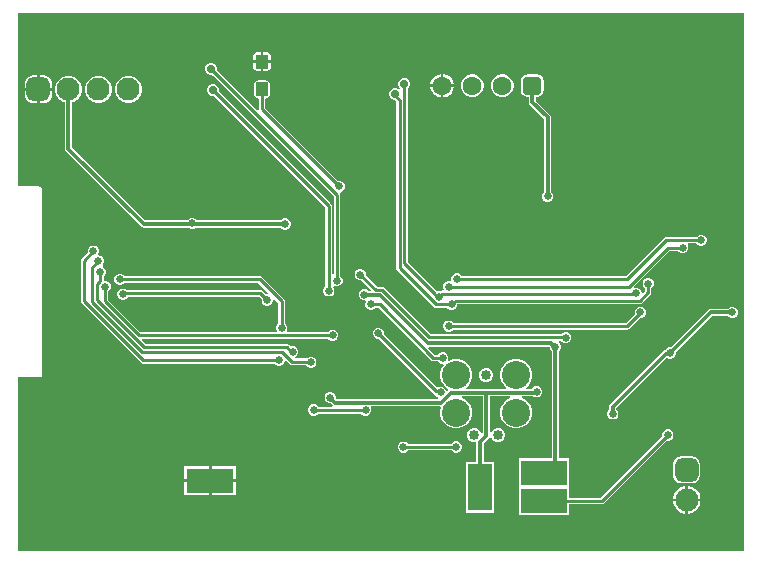
<source format=gbr>
%TF.GenerationSoftware,Altium Limited,Altium Designer,23.6.0 (18)*%
G04 Layer_Physical_Order=1*
G04 Layer_Color=255*
%FSLAX43Y43*%
%MOMM*%
%TF.SameCoordinates,6C6526E1-C053-4265-BDC0-CB623CBAD704*%
%TF.FilePolarity,Positive*%
%TF.FileFunction,Copper,L1,Top,Signal*%
%TF.Part,Single*%
G01*
G75*
%TA.AperFunction,SMDPad,CuDef*%
%ADD10R,4.000X2.100*%
%ADD11R,2.100X4.000*%
G04:AMPARAMS|DCode=12|XSize=1.25mm|YSize=1.1mm|CornerRadius=0.275mm|HoleSize=0mm|Usage=FLASHONLY|Rotation=270.000|XOffset=0mm|YOffset=0mm|HoleType=Round|Shape=RoundedRectangle|*
%AMROUNDEDRECTD12*
21,1,1.250,0.550,0,0,270.0*
21,1,0.700,1.100,0,0,270.0*
1,1,0.550,-0.275,-0.350*
1,1,0.550,-0.275,0.350*
1,1,0.550,0.275,0.350*
1,1,0.550,0.275,-0.350*
%
%ADD12ROUNDEDRECTD12*%
%TA.AperFunction,Conductor*%
%ADD13C,0.300*%
%ADD14C,0.254*%
%TA.AperFunction,ComponentPad*%
G04:AMPARAMS|DCode=15|XSize=1.95mm|YSize=1.95mm|CornerRadius=0.488mm|HoleSize=0mm|Usage=FLASHONLY|Rotation=270.000|XOffset=0mm|YOffset=0mm|HoleType=Round|Shape=RoundedRectangle|*
%AMROUNDEDRECTD15*
21,1,1.950,0.975,0,0,270.0*
21,1,0.975,1.950,0,0,270.0*
1,1,0.975,-0.488,-0.488*
1,1,0.975,-0.488,0.488*
1,1,0.975,0.488,0.488*
1,1,0.975,0.488,-0.488*
%
%ADD15ROUNDEDRECTD15*%
%ADD16C,1.950*%
%ADD17C,0.850*%
%ADD18C,2.375*%
G04:AMPARAMS|DCode=19|XSize=1.95mm|YSize=1.95mm|CornerRadius=0.488mm|HoleSize=0mm|Usage=FLASHONLY|Rotation=0.000|XOffset=0mm|YOffset=0mm|HoleType=Round|Shape=RoundedRectangle|*
%AMROUNDEDRECTD19*
21,1,1.950,0.975,0,0,0.0*
21,1,0.975,1.950,0,0,0.0*
1,1,0.975,0.488,-0.488*
1,1,0.975,-0.488,-0.488*
1,1,0.975,-0.488,0.488*
1,1,0.975,0.488,0.488*
%
%ADD19ROUNDEDRECTD19*%
%ADD20C,1.600*%
G04:AMPARAMS|DCode=21|XSize=1.6mm|YSize=1.6mm|CornerRadius=0.4mm|HoleSize=0mm|Usage=FLASHONLY|Rotation=180.000|XOffset=0mm|YOffset=0mm|HoleType=Round|Shape=RoundedRectangle|*
%AMROUNDEDRECTD21*
21,1,1.600,0.800,0,0,180.0*
21,1,0.800,1.600,0,0,180.0*
1,1,0.800,-0.400,0.400*
1,1,0.800,0.400,0.400*
1,1,0.800,0.400,-0.400*
1,1,0.800,-0.400,-0.400*
%
%ADD21ROUNDEDRECTD21*%
%TA.AperFunction,ViaPad*%
%ADD22C,0.650*%
%ADD23C,0.700*%
G36*
X61745Y255D02*
X255D01*
Y14915D01*
X2000D01*
X2098Y14935D01*
X2180Y14990D01*
X2235Y15072D01*
X2255Y15170D01*
Y30830D01*
X2235Y30928D01*
X2180Y31010D01*
X2098Y31065D01*
X2000Y31085D01*
X255D01*
Y45745D01*
X61745D01*
Y255D01*
D02*
G37*
%LPC*%
G36*
X21175Y42484D02*
X21000D01*
Y41750D01*
X21659D01*
Y42000D01*
X21622Y42185D01*
X21517Y42342D01*
X21360Y42447D01*
X21175Y42484D01*
D02*
G37*
G36*
X20800D02*
X20625D01*
X20440Y42447D01*
X20283Y42342D01*
X20178Y42185D01*
X20141Y42000D01*
Y41750D01*
X20800D01*
Y42484D01*
D02*
G37*
G36*
X21659Y41550D02*
X21000D01*
Y40816D01*
X21175D01*
X21360Y40853D01*
X21517Y40958D01*
X21622Y41115D01*
X21659Y41300D01*
Y41550D01*
D02*
G37*
G36*
X20800D02*
X20141D01*
Y41300D01*
X20178Y41115D01*
X20283Y40958D01*
X20440Y40853D01*
X20625Y40816D01*
X20800D01*
Y41550D01*
D02*
G37*
G36*
X36297Y40625D02*
X36265D01*
Y39725D01*
X37165D01*
Y39757D01*
X37097Y40011D01*
X36965Y40239D01*
X36779Y40425D01*
X36551Y40557D01*
X36297Y40625D01*
D02*
G37*
G36*
X36065D02*
X36033D01*
X35779Y40557D01*
X35551Y40425D01*
X35365Y40239D01*
X35233Y40011D01*
X35165Y39757D01*
Y39725D01*
X36065D01*
Y40625D01*
D02*
G37*
G36*
X2463Y40481D02*
X2075D01*
Y39400D01*
X3156D01*
Y39787D01*
X3132Y39967D01*
X3063Y40134D01*
X2953Y40278D01*
X2809Y40388D01*
X2642Y40457D01*
X2463Y40481D01*
D02*
G37*
G36*
X1875D02*
X1487D01*
X1308Y40457D01*
X1141Y40388D01*
X997Y40278D01*
X887Y40134D01*
X818Y39967D01*
X794Y39787D01*
Y39400D01*
X1875D01*
Y40481D01*
D02*
G37*
G36*
X33050Y40251D02*
X32850D01*
X32666Y40175D01*
X32525Y40034D01*
X32449Y39850D01*
Y39650D01*
X32525Y39466D01*
X32589Y39402D01*
X32585Y39378D01*
X32474Y39331D01*
X32446Y39330D01*
X32275Y39401D01*
X32075D01*
X31891Y39325D01*
X31750Y39184D01*
X31674Y39000D01*
Y38800D01*
X31750Y38616D01*
X31891Y38475D01*
X32075Y38399D01*
X32154D01*
X32262Y38292D01*
Y24217D01*
X32283Y24109D01*
X32345Y24017D01*
X35466Y20895D01*
X35558Y20834D01*
X35667Y20812D01*
X36567D01*
X36687Y20692D01*
X36862Y20619D01*
X37052D01*
X37227Y20692D01*
X37361Y20826D01*
X37433Y21001D01*
Y21142D01*
X52884D01*
X52992Y21163D01*
X53084Y21225D01*
X53794Y21935D01*
X53856Y22027D01*
X53877Y22135D01*
Y22470D01*
X53998Y22590D01*
X54070Y22765D01*
Y22955D01*
X53998Y23130D01*
X53864Y23264D01*
X53689Y23336D01*
X53499D01*
X53324Y23264D01*
X53190Y23130D01*
X53118Y22955D01*
Y22765D01*
X53190Y22590D01*
X53311Y22470D01*
Y22253D01*
X53148Y22090D01*
X53022Y22143D01*
X52958Y22298D01*
X52824Y22432D01*
X52649Y22504D01*
X52460D01*
X52427Y22491D01*
X52355Y22598D01*
X55381Y25625D01*
X56125D01*
X56245Y25504D01*
X56420Y25432D01*
X56610D01*
X56785Y25504D01*
X56919Y25638D01*
X56991Y25813D01*
Y26003D01*
X56937Y26133D01*
X57003Y26260D01*
X57678D01*
X57679Y26256D01*
X57813Y26122D01*
X57988Y26050D01*
X58178D01*
X58353Y26122D01*
X58486Y26256D01*
X58559Y26431D01*
Y26621D01*
X58486Y26796D01*
X58353Y26929D01*
X58178Y27002D01*
X57988D01*
X57813Y26929D01*
X57710Y26826D01*
X55118D01*
X55010Y26805D01*
X54918Y26743D01*
X51699Y23524D01*
X37794D01*
X37665Y23654D01*
X37490Y23726D01*
X37300D01*
X37125Y23654D01*
X36991Y23520D01*
X36919Y23345D01*
Y23175D01*
X36863Y23117D01*
X36812Y23082D01*
X36798Y23088D01*
X36608D01*
X36433Y23016D01*
X36299Y22882D01*
X36227Y22707D01*
Y22517D01*
X36268Y22420D01*
X36183Y22293D01*
X36161D01*
X36052Y22271D01*
X35983Y22225D01*
X35945Y22241D01*
X35755D01*
X35718Y22226D01*
X33233Y24710D01*
Y39325D01*
X33234Y39325D01*
X33375Y39466D01*
X33451Y39650D01*
Y39850D01*
X33375Y40034D01*
X33234Y40175D01*
X33050Y40251D01*
D02*
G37*
G36*
X41370Y40576D02*
X41120D01*
X40878Y40511D01*
X40661Y40386D01*
X40484Y40209D01*
X40359Y39992D01*
X40294Y39750D01*
Y39500D01*
X40359Y39258D01*
X40484Y39041D01*
X40661Y38864D01*
X40878Y38739D01*
X41120Y38674D01*
X41370D01*
X41612Y38739D01*
X41829Y38864D01*
X42006Y39041D01*
X42131Y39258D01*
X42196Y39500D01*
Y39750D01*
X42131Y39992D01*
X42006Y40209D01*
X41829Y40386D01*
X41612Y40511D01*
X41370Y40576D01*
D02*
G37*
G36*
X38830D02*
X38580D01*
X38338Y40511D01*
X38121Y40386D01*
X37944Y40209D01*
X37819Y39992D01*
X37754Y39750D01*
Y39500D01*
X37819Y39258D01*
X37944Y39041D01*
X38121Y38864D01*
X38338Y38739D01*
X38580Y38674D01*
X38830D01*
X39072Y38739D01*
X39289Y38864D01*
X39466Y39041D01*
X39591Y39258D01*
X39656Y39500D01*
Y39750D01*
X39591Y39992D01*
X39466Y40209D01*
X39289Y40386D01*
X39072Y40511D01*
X38830Y40576D01*
D02*
G37*
G36*
X37165Y39525D02*
X36265D01*
Y38625D01*
X36297D01*
X36551Y38693D01*
X36779Y38825D01*
X36965Y39011D01*
X37097Y39239D01*
X37165Y39493D01*
Y39525D01*
D02*
G37*
G36*
X36065D02*
X35165D01*
Y39493D01*
X35233Y39239D01*
X35365Y39011D01*
X35551Y38825D01*
X35779Y38693D01*
X36033Y38625D01*
X36065D01*
Y39525D01*
D02*
G37*
G36*
X9743Y40426D02*
X9447D01*
X9160Y40349D01*
X8904Y40201D01*
X8694Y39991D01*
X8546Y39735D01*
X8469Y39448D01*
Y39152D01*
X8546Y38865D01*
X8694Y38609D01*
X8904Y38399D01*
X9160Y38251D01*
X9447Y38174D01*
X9743D01*
X10030Y38251D01*
X10286Y38399D01*
X10496Y38609D01*
X10644Y38865D01*
X10721Y39152D01*
Y39448D01*
X10644Y39735D01*
X10496Y39991D01*
X10286Y40201D01*
X10030Y40349D01*
X9743Y40426D01*
D02*
G37*
G36*
X7203D02*
X6907D01*
X6620Y40349D01*
X6364Y40201D01*
X6154Y39991D01*
X6006Y39735D01*
X5929Y39448D01*
Y39152D01*
X6006Y38865D01*
X6154Y38609D01*
X6364Y38399D01*
X6620Y38251D01*
X6907Y38174D01*
X7203D01*
X7490Y38251D01*
X7746Y38399D01*
X7956Y38609D01*
X8104Y38865D01*
X8181Y39152D01*
Y39448D01*
X8104Y39735D01*
X7956Y39991D01*
X7746Y40201D01*
X7490Y40349D01*
X7203Y40426D01*
D02*
G37*
G36*
X3156Y39200D02*
X2075D01*
Y38119D01*
X2463D01*
X2642Y38143D01*
X2809Y38212D01*
X2953Y38322D01*
X3063Y38466D01*
X3132Y38633D01*
X3156Y38812D01*
Y39200D01*
D02*
G37*
G36*
X1875D02*
X794D01*
Y38812D01*
X818Y38633D01*
X887Y38466D01*
X997Y38322D01*
X1141Y38212D01*
X1308Y38143D01*
X1487Y38119D01*
X1875D01*
Y39200D01*
D02*
G37*
G36*
X44185Y40587D02*
X43385D01*
X43170Y40544D01*
X42988Y40422D01*
X42866Y40240D01*
X42823Y40025D01*
Y39225D01*
X42866Y39010D01*
X42988Y38828D01*
X43170Y38706D01*
X43385Y38663D01*
X43478D01*
Y38215D01*
X43501Y38098D01*
X43568Y37998D01*
X44767Y36799D01*
Y30599D01*
X44671Y30503D01*
X44598Y30328D01*
Y30138D01*
X44671Y29963D01*
X44804Y29829D01*
X44979Y29757D01*
X45169D01*
X45344Y29829D01*
X45478Y29963D01*
X45550Y30138D01*
Y30328D01*
X45478Y30503D01*
X45381Y30599D01*
Y36926D01*
X45358Y37043D01*
X45291Y37143D01*
X44092Y38342D01*
Y38663D01*
X44185D01*
X44400Y38706D01*
X44582Y38828D01*
X44704Y39010D01*
X44747Y39225D01*
Y40025D01*
X44704Y40240D01*
X44582Y40422D01*
X44400Y40544D01*
X44185Y40587D01*
D02*
G37*
G36*
X4663Y40426D02*
X4367D01*
X4080Y40349D01*
X3824Y40201D01*
X3614Y39991D01*
X3466Y39735D01*
X3389Y39448D01*
Y39152D01*
X3466Y38865D01*
X3614Y38609D01*
X3824Y38399D01*
X4080Y38251D01*
X4208Y38217D01*
Y34285D01*
X4231Y34168D01*
X4298Y34068D01*
X10671Y27695D01*
X10771Y27628D01*
X10888Y27605D01*
X14672D01*
X14730Y27546D01*
X14905Y27474D01*
X15095D01*
X15270Y27546D01*
X15328Y27605D01*
X22484D01*
X22580Y27508D01*
X22755Y27436D01*
X22944D01*
X23119Y27508D01*
X23253Y27642D01*
X23326Y27817D01*
Y28007D01*
X23253Y28182D01*
X23119Y28316D01*
X22944Y28388D01*
X22755D01*
X22580Y28316D01*
X22484Y28219D01*
X15404D01*
X15404Y28220D01*
X15270Y28354D01*
X15095Y28426D01*
X14905D01*
X14730Y28354D01*
X14596Y28220D01*
X14596Y28219D01*
X11015D01*
X4822Y34412D01*
Y38217D01*
X4950Y38251D01*
X5206Y38399D01*
X5416Y38609D01*
X5564Y38865D01*
X5641Y39152D01*
Y39448D01*
X5564Y39735D01*
X5416Y39991D01*
X5206Y40201D01*
X4950Y40349D01*
X4663Y40426D01*
D02*
G37*
G36*
X16700Y41551D02*
X16500D01*
X16316Y41475D01*
X16175Y41334D01*
X16099Y41150D01*
Y40950D01*
X16175Y40766D01*
X16316Y40625D01*
X16500Y40549D01*
X16700D01*
X16700Y40549D01*
X26973Y30277D01*
Y23611D01*
X26960Y23603D01*
X26833Y23671D01*
Y29425D01*
X26812Y29533D01*
X26750Y29625D01*
X17233Y39143D01*
X17233Y39143D01*
Y39343D01*
X17157Y39527D01*
X17016Y39668D01*
X16832Y39744D01*
X16632D01*
X16448Y39668D01*
X16307Y39527D01*
X16231Y39343D01*
Y39143D01*
X16307Y38959D01*
X16448Y38818D01*
X16632Y38742D01*
X16832D01*
X16832Y38742D01*
X26267Y29308D01*
Y22640D01*
X26146Y22520D01*
X26074Y22345D01*
Y22155D01*
X26146Y21980D01*
X26280Y21846D01*
X26455Y21774D01*
X26645D01*
X26820Y21846D01*
X26954Y21980D01*
X27026Y22155D01*
Y22345D01*
X26954Y22520D01*
X26909Y22564D01*
X26916Y22600D01*
X26918Y22602D01*
X27059Y22667D01*
X27161Y22625D01*
X27351D01*
X27526Y22697D01*
X27660Y22831D01*
X27732Y23006D01*
Y23196D01*
X27660Y23371D01*
X27539Y23491D01*
Y30394D01*
X27522Y30482D01*
X27521Y30508D01*
X27583Y30634D01*
X27690Y30678D01*
X27824Y30812D01*
X27897Y30987D01*
Y31177D01*
X27824Y31352D01*
X27690Y31486D01*
X27515Y31558D01*
X27346D01*
X21183Y37720D01*
Y38517D01*
X21341Y38549D01*
X21482Y38643D01*
X21576Y38784D01*
X21609Y38950D01*
Y39650D01*
X21576Y39816D01*
X21482Y39957D01*
X21341Y40051D01*
X21175Y40084D01*
X20625D01*
X20459Y40051D01*
X20318Y39957D01*
X20224Y39816D01*
X20191Y39650D01*
Y38950D01*
X20224Y38784D01*
X20318Y38643D01*
X20459Y38549D01*
X20617Y38517D01*
Y37614D01*
X20591Y37592D01*
X20497Y37554D01*
X17101Y40950D01*
X17101Y40950D01*
Y41150D01*
X17025Y41334D01*
X16884Y41475D01*
X16700Y41551D01*
D02*
G37*
G36*
X29305Y24098D02*
X29115D01*
X28940Y24026D01*
X28806Y23892D01*
X28734Y23717D01*
Y23527D01*
X28806Y23352D01*
X28940Y23218D01*
X29115Y23146D01*
X29285D01*
X30132Y22300D01*
X30082Y22179D01*
X29989D01*
X29982Y22198D01*
X29848Y22332D01*
X29673Y22404D01*
X29484D01*
X29309Y22332D01*
X29175Y22198D01*
X29102Y22023D01*
Y21833D01*
X29175Y21658D01*
X29309Y21524D01*
X29484Y21452D01*
X29630D01*
X29666Y21414D01*
X29702Y21353D01*
X29707Y21335D01*
X29645Y21185D01*
Y20995D01*
X29717Y20820D01*
X29851Y20686D01*
X30026Y20614D01*
X30216D01*
X30391Y20686D01*
X30511Y20807D01*
X30747D01*
X35196Y16358D01*
X35288Y16296D01*
X35397Y16275D01*
X35805D01*
X35925Y16154D01*
X36100Y16082D01*
X36234D01*
X36287Y15955D01*
X36267Y15935D01*
X36091Y15630D01*
X36000Y15289D01*
Y14937D01*
X36091Y14596D01*
X36267Y14291D01*
X36516Y14042D01*
X36646Y13967D01*
X36652Y13838D01*
X36587Y13785D01*
X36457Y13819D01*
X36419Y13911D01*
X36285Y14045D01*
X36110Y14117D01*
X35921D01*
X35753Y14048D01*
X31225Y18575D01*
Y18745D01*
X31153Y18920D01*
X31019Y19054D01*
X30844Y19126D01*
X30654D01*
X30479Y19054D01*
X30345Y18920D01*
X30273Y18745D01*
Y18556D01*
X30345Y18381D01*
X30479Y18247D01*
X30654Y18174D01*
X30824D01*
X35472Y13526D01*
X35564Y13465D01*
X35574Y13463D01*
X35612Y13372D01*
X35746Y13238D01*
X35801Y13215D01*
X35776Y13088D01*
X27222D01*
X27151Y13159D01*
Y13296D01*
X27079Y13471D01*
X26945Y13605D01*
X26770Y13677D01*
X26580D01*
X26405Y13605D01*
X26271Y13471D01*
X26199Y13296D01*
Y13106D01*
X26271Y12931D01*
X26405Y12797D01*
X26580Y12725D01*
X26717D01*
X26878Y12564D01*
X26896Y12552D01*
X26858Y12425D01*
X25667D01*
X25536Y12557D01*
X25361Y12629D01*
X25171D01*
X24996Y12557D01*
X24862Y12423D01*
X24790Y12248D01*
Y12058D01*
X24862Y11883D01*
X24996Y11749D01*
X25171Y11677D01*
X25361D01*
X25536Y11749D01*
X25644Y11858D01*
X29267D01*
X29398Y11726D01*
X29573Y11654D01*
X29763D01*
X29938Y11726D01*
X30072Y11860D01*
X30144Y12035D01*
Y12225D01*
X30093Y12347D01*
X30163Y12474D01*
X35964D01*
X36062Y12347D01*
X36000Y12114D01*
Y11762D01*
X36091Y11421D01*
X36267Y11116D01*
X36516Y10867D01*
X36821Y10691D01*
X37162Y10599D01*
X37514D01*
X37855Y10691D01*
X38160Y10867D01*
X38409Y11116D01*
X38585Y11421D01*
X38676Y11762D01*
Y12114D01*
X38585Y12455D01*
X38409Y12760D01*
X38160Y13009D01*
X37855Y13185D01*
X37835Y13191D01*
X37852Y13318D01*
X39571D01*
Y10223D01*
X39444Y10198D01*
X39371Y10373D01*
X39202Y10542D01*
X38982Y10634D01*
X38742D01*
X38522Y10542D01*
X38353Y10373D01*
X38261Y10153D01*
Y9913D01*
X38353Y9693D01*
X38522Y9524D01*
X38742Y9432D01*
X38982D01*
X39043Y9391D01*
Y7751D01*
X38149D01*
Y3449D01*
X40551D01*
Y7751D01*
X39657D01*
Y9332D01*
X40095Y9770D01*
X40162Y9869D01*
X40289Y9905D01*
X40298Y9902D01*
X40384Y9693D01*
X40554Y9524D01*
X40774Y9432D01*
X41014D01*
X41234Y9524D01*
X41403Y9693D01*
X41495Y9913D01*
Y10153D01*
X41403Y10373D01*
X41234Y10542D01*
X41014Y10634D01*
X40774D01*
X40554Y10542D01*
X40384Y10373D01*
X40312Y10198D01*
X40185Y10223D01*
Y13318D01*
X41904D01*
X41921Y13191D01*
X41901Y13185D01*
X41596Y13009D01*
X41347Y12760D01*
X41171Y12455D01*
X41079Y12114D01*
Y11762D01*
X41171Y11421D01*
X41347Y11116D01*
X41596Y10867D01*
X41901Y10691D01*
X42242Y10599D01*
X42594D01*
X42935Y10691D01*
X43240Y10867D01*
X43489Y11116D01*
X43665Y11421D01*
X43757Y11762D01*
Y12114D01*
X43665Y12455D01*
X43489Y12760D01*
X43240Y13009D01*
X42935Y13185D01*
X42915Y13191D01*
X42932Y13318D01*
X43859D01*
X43880Y13296D01*
X44055Y13224D01*
X44245D01*
X44420Y13296D01*
X44554Y13430D01*
X44626Y13605D01*
Y13795D01*
X44554Y13970D01*
X44420Y14104D01*
X44245Y14176D01*
X44055D01*
X43880Y14104D01*
X43746Y13970D01*
X43731Y13931D01*
X43280D01*
X43256Y14058D01*
X43489Y14291D01*
X43665Y14596D01*
X43757Y14937D01*
Y15289D01*
X43665Y15630D01*
X43489Y15935D01*
X43240Y16184D01*
X42935Y16360D01*
X42594Y16451D01*
X42242D01*
X41901Y16360D01*
X41596Y16184D01*
X41347Y15935D01*
X41171Y15630D01*
X41079Y15289D01*
Y14937D01*
X41171Y14596D01*
X41347Y14291D01*
X41580Y14058D01*
X41556Y13931D01*
X38200D01*
X38176Y14058D01*
X38409Y14291D01*
X38585Y14596D01*
X38676Y14937D01*
Y15289D01*
X38585Y15630D01*
X38409Y15935D01*
X38160Y16184D01*
X37855Y16360D01*
X37514Y16451D01*
X37162D01*
X36821Y16360D01*
X36748Y16318D01*
X36647Y16407D01*
X36671Y16463D01*
Y16653D01*
X36599Y16828D01*
X36465Y16962D01*
X36290Y17034D01*
X36100D01*
X35925Y16962D01*
X35805Y16841D01*
X35514D01*
X34964Y17392D01*
X35016Y17519D01*
X45217D01*
X45244Y17492D01*
Y17424D01*
X45316Y17249D01*
X45413Y17153D01*
Y8059D01*
X42621D01*
Y5773D01*
X42621Y5657D01*
X42621Y5530D01*
Y3244D01*
X46923D01*
Y4162D01*
X49676D01*
X49784Y4183D01*
X49876Y4245D01*
X55189Y9557D01*
X55359D01*
X55534Y9629D01*
X55668Y9763D01*
X55740Y9938D01*
Y10128D01*
X55668Y10303D01*
X55534Y10437D01*
X55359Y10509D01*
X55169D01*
X54994Y10437D01*
X54860Y10303D01*
X54788Y10128D01*
Y9958D01*
X49559Y4728D01*
X46923D01*
Y5530D01*
X46923Y5646D01*
X46923Y5773D01*
Y8059D01*
X46027D01*
Y17153D01*
X46124Y17249D01*
X46196Y17424D01*
Y17614D01*
X46124Y17789D01*
X46010Y17903D01*
X46031Y17997D01*
X46049Y18030D01*
X46201D01*
X46205Y18018D01*
X46339Y17884D01*
X46514Y17812D01*
X46704D01*
X46879Y17884D01*
X47013Y18018D01*
X47085Y18193D01*
Y18383D01*
X47013Y18558D01*
X46879Y18692D01*
X46704Y18764D01*
X46514D01*
X46339Y18692D01*
X46244Y18596D01*
X35170D01*
X31287Y22480D01*
X31195Y22541D01*
X31086Y22563D01*
X30670D01*
X29686Y23547D01*
Y23717D01*
X29614Y23892D01*
X29480Y24026D01*
X29305Y24098D01*
D02*
G37*
G36*
X60816Y20897D02*
X60626D01*
X60451Y20825D01*
X60355Y20728D01*
X58886D01*
X58769Y20705D01*
X58669Y20638D01*
X55497Y17466D01*
X55361D01*
X55186Y17394D01*
X55052Y17260D01*
X55036Y17223D01*
X54956Y17207D01*
X54856Y17140D01*
X50383Y12667D01*
X50316Y12567D01*
X50293Y12450D01*
Y12199D01*
X50196Y12103D01*
X50124Y11928D01*
Y11738D01*
X50196Y11564D01*
X50330Y11430D01*
X50505Y11357D01*
X50695D01*
X50870Y11430D01*
X51004Y11564D01*
X51076Y11738D01*
Y11928D01*
X51004Y12103D01*
X50907Y12199D01*
Y12323D01*
X55178Y16594D01*
X55186Y16587D01*
X55361Y16514D01*
X55550D01*
X55725Y16587D01*
X55859Y16720D01*
X55931Y16895D01*
Y17032D01*
X59013Y20114D01*
X60355D01*
X60451Y20017D01*
X60626Y19945D01*
X60816D01*
X60991Y20017D01*
X61124Y20151D01*
X61197Y20326D01*
Y20516D01*
X61124Y20691D01*
X60991Y20825D01*
X60816Y20897D01*
D02*
G37*
G36*
X53031D02*
X52842D01*
X52667Y20825D01*
X52533Y20691D01*
X52461Y20516D01*
Y20326D01*
X52465Y20316D01*
X51683Y19533D01*
X37093D01*
X36973Y19654D01*
X36798Y19726D01*
X36608D01*
X36433Y19654D01*
X36299Y19520D01*
X36227Y19345D01*
Y19155D01*
X36299Y18980D01*
X36433Y18846D01*
X36608Y18774D01*
X36798D01*
X36973Y18846D01*
X37093Y18967D01*
X51800D01*
X51908Y18988D01*
X52000Y19050D01*
X52896Y19945D01*
X53031D01*
X53206Y20017D01*
X53340Y20151D01*
X53413Y20326D01*
Y20516D01*
X53340Y20691D01*
X53206Y20825D01*
X53031Y20897D01*
D02*
G37*
G36*
X6720Y26076D02*
X6530D01*
X6355Y26004D01*
X6221Y25870D01*
X6149Y25695D01*
Y25525D01*
X5625Y25000D01*
X5563Y24908D01*
X5542Y24800D01*
Y21386D01*
X5563Y21278D01*
X5625Y21186D01*
X10653Y16157D01*
X10745Y16096D01*
X10854Y16074D01*
X21999D01*
X22087Y15986D01*
X22262Y15913D01*
X22452D01*
X22627Y15986D01*
X22761Y16120D01*
X22821Y16266D01*
X22950Y16316D01*
X23232Y16034D01*
X23324Y15973D01*
X23432Y15951D01*
X24615D01*
X24626Y15924D01*
X24760Y15790D01*
X24935Y15717D01*
X25124D01*
X25299Y15790D01*
X25433Y15924D01*
X25506Y16099D01*
Y16288D01*
X25433Y16463D01*
X25299Y16597D01*
X25124Y16670D01*
X24935D01*
X24760Y16597D01*
X24681Y16518D01*
X23687D01*
X23662Y16645D01*
X23765Y16688D01*
X23898Y16822D01*
X23971Y16996D01*
Y17186D01*
X23898Y17361D01*
X23765Y17495D01*
X23590Y17567D01*
X23400D01*
X23329Y17538D01*
X23197Y17669D01*
X23106Y17730D01*
X22997Y17752D01*
X11040D01*
X10718Y18074D01*
X10766Y18192D01*
X26485D01*
X26605Y18071D01*
X26780Y17999D01*
X26970D01*
X27145Y18071D01*
X27279Y18205D01*
X27351Y18380D01*
Y18570D01*
X27279Y18745D01*
X27145Y18879D01*
X26970Y18951D01*
X26780D01*
X26605Y18879D01*
X26485Y18758D01*
X23058D01*
X22989Y18885D01*
X23040Y19008D01*
Y19198D01*
X22967Y19373D01*
X22847Y19493D01*
Y21352D01*
X22826Y21461D01*
X22764Y21553D01*
X20899Y23417D01*
X20807Y23479D01*
X20699Y23500D01*
X9263D01*
X9143Y23621D01*
X8968Y23693D01*
X8779D01*
X8604Y23621D01*
X8470Y23487D01*
X8398Y23312D01*
Y23122D01*
X8470Y22947D01*
X8604Y22813D01*
X8779Y22741D01*
X8968D01*
X9143Y22813D01*
X9263Y22934D01*
X20582D01*
X21437Y22078D01*
X21382Y21954D01*
X21261D01*
X20969Y22246D01*
X20877Y22307D01*
X20768Y22329D01*
X9433D01*
X9398Y22365D01*
X9223Y22437D01*
X9033D01*
X8858Y22365D01*
X8724Y22231D01*
X8652Y22056D01*
Y21866D01*
X8724Y21691D01*
X8858Y21557D01*
X9033Y21485D01*
X9223D01*
X9398Y21557D01*
X9532Y21691D01*
X9561Y21762D01*
X20651D01*
X20860Y21553D01*
Y21383D01*
X20932Y21208D01*
X21066Y21074D01*
X21241Y21002D01*
X21431D01*
X21606Y21074D01*
X21740Y21208D01*
X21812Y21383D01*
Y21524D01*
X21936Y21579D01*
X22280Y21235D01*
Y19493D01*
X22160Y19373D01*
X22088Y19198D01*
Y19008D01*
X22139Y18885D01*
X22069Y18758D01*
X10606D01*
X7863Y21502D01*
Y22197D01*
X7877Y22202D01*
X8011Y22336D01*
X8083Y22511D01*
Y22700D01*
X8011Y22875D01*
X7877Y23009D01*
X7702Y23082D01*
X7608D01*
X7511Y23088D01*
X7487Y23199D01*
Y23455D01*
X7607Y23575D01*
X7679Y23750D01*
Y23940D01*
X7607Y24115D01*
X7473Y24249D01*
X7426Y24268D01*
X7396Y24418D01*
X7459Y24480D01*
X7531Y24655D01*
Y24845D01*
X7459Y25020D01*
X7325Y25154D01*
X7150Y25226D01*
X7104D01*
X7072Y25270D01*
X7038Y25353D01*
X7101Y25505D01*
Y25695D01*
X7029Y25870D01*
X6895Y26004D01*
X6720Y26076D01*
D02*
G37*
G36*
X39998Y15714D02*
X39758D01*
X39538Y15623D01*
X39368Y15453D01*
X39277Y15233D01*
Y14993D01*
X39368Y14773D01*
X39538Y14604D01*
X39758Y14512D01*
X39998D01*
X40218Y14604D01*
X40388Y14773D01*
X40479Y14993D01*
Y15233D01*
X40388Y15453D01*
X40218Y15623D01*
X39998Y15714D01*
D02*
G37*
G36*
X37433Y9501D02*
X37243D01*
X37068Y9429D01*
X36941Y9301D01*
X33249D01*
X33142Y9408D01*
X32967Y9480D01*
X32778D01*
X32603Y9408D01*
X32469Y9274D01*
X32396Y9099D01*
Y8910D01*
X32469Y8735D01*
X32603Y8601D01*
X32778Y8528D01*
X32967D01*
X33142Y8601D01*
X33276Y8735D01*
X36955D01*
X37068Y8621D01*
X37243Y8549D01*
X37433D01*
X37608Y8621D01*
X37742Y8755D01*
X37814Y8930D01*
Y9120D01*
X37742Y9295D01*
X37608Y9429D01*
X37433Y9501D01*
D02*
G37*
G36*
X18725Y7425D02*
X16625D01*
Y6275D01*
X18725D01*
Y7425D01*
D02*
G37*
G36*
X16425D02*
X14325D01*
Y6275D01*
X16425D01*
Y7425D01*
D02*
G37*
G36*
X57338Y8229D02*
X56362D01*
X56113Y8179D01*
X55902Y8038D01*
X55761Y7827D01*
X55711Y7577D01*
Y6602D01*
X55761Y6353D01*
X55902Y6142D01*
X56113Y6001D01*
X56362Y5951D01*
X57338D01*
X57587Y6001D01*
X57798Y6142D01*
X57939Y6353D01*
X57989Y6602D01*
Y7577D01*
X57939Y7827D01*
X57798Y8038D01*
X57587Y8179D01*
X57338Y8229D01*
D02*
G37*
G36*
X18725Y6075D02*
X16625D01*
Y4925D01*
X18725D01*
Y6075D01*
D02*
G37*
G36*
X16425D02*
X14325D01*
Y4925D01*
X16425D01*
Y6075D01*
D02*
G37*
G36*
X57005Y5725D02*
X56950D01*
Y4650D01*
X58025D01*
Y4705D01*
X57945Y5004D01*
X57790Y5271D01*
X57571Y5490D01*
X57304Y5645D01*
X57005Y5725D01*
D02*
G37*
G36*
X56750D02*
X56695D01*
X56396Y5645D01*
X56129Y5490D01*
X55910Y5271D01*
X55755Y5004D01*
X55675Y4705D01*
Y4650D01*
X56750D01*
Y5725D01*
D02*
G37*
G36*
X56850Y4550D02*
D01*
D01*
D01*
D02*
G37*
G36*
X58025Y4450D02*
X56950D01*
Y3375D01*
X57005D01*
X57304Y3455D01*
X57571Y3610D01*
X57790Y3829D01*
X57945Y4096D01*
X58025Y4395D01*
Y4450D01*
D02*
G37*
G36*
X56750D02*
X55675D01*
Y4395D01*
X55755Y4096D01*
X55910Y3829D01*
X56129Y3610D01*
X56396Y3455D01*
X56695Y3375D01*
X56750D01*
Y4450D01*
D02*
G37*
%LPD*%
D10*
X44772Y4445D02*
D03*
Y6858D02*
D03*
X16525Y6175D02*
D03*
D11*
X39350Y5600D02*
D03*
D12*
X20900Y41650D02*
D03*
Y39300D02*
D03*
D13*
X55073Y16923D02*
X55388D01*
X50600Y11833D02*
Y12450D01*
X55073Y16923D01*
X55388D02*
X58886Y20421D01*
X14962Y27912D02*
X22850D01*
X58886Y20421D02*
X60721D01*
X10888Y27912D02*
X14962D01*
X15000Y27950D01*
X30909Y21851D02*
X34935Y17826D01*
X45651Y17519D02*
X45720D01*
X45344Y17826D02*
X45651Y17519D01*
X34935Y17826D02*
X45344D01*
X29655Y21851D02*
X30909D01*
X29578Y21928D02*
X29655Y21851D01*
X27095Y12781D02*
X36076D01*
X36919Y13625D01*
X26675Y13201D02*
X27095Y12781D01*
X39350Y5600D02*
Y9459D01*
X39878Y13625D02*
X44075D01*
X36919D02*
X39878D01*
X39350Y9459D02*
X39878Y9987D01*
Y13625D01*
X44075D02*
X44150Y13700D01*
X4515Y34285D02*
Y39300D01*
Y34285D02*
X10888Y27912D01*
X43785Y38215D02*
Y39625D01*
X45074Y30233D02*
Y36926D01*
X43785Y38215D02*
X45074Y36926D01*
X44772Y6858D02*
X44820D01*
X45720Y7758D01*
Y17519D01*
D14*
X35667Y21095D02*
X36974D01*
X32545Y24217D02*
X35667Y21095D01*
X32545Y24217D02*
Y38409D01*
X35615Y21928D02*
X35778Y21765D01*
X35850D01*
X35881Y21729D02*
X36161Y22009D01*
X52535D01*
X35615Y21928D02*
X35814D01*
X36735Y22580D02*
X51936D01*
X36703Y22612D02*
X36735Y22580D01*
X52884Y21425D02*
X53594Y22135D01*
X37304Y21425D02*
X52884D01*
X36974Y21095D02*
X37304Y21425D01*
X52535Y22009D02*
X52554Y22028D01*
X53594Y22135D02*
Y22860D01*
X51936Y22580D02*
X55264Y25908D01*
X37404Y23241D02*
X51816D01*
X37395Y23250D02*
X37404Y23241D01*
X44772Y4445D02*
X49676D01*
X55264Y10033D01*
X6952Y21439D02*
Y22838D01*
X10923Y17468D02*
X22997D01*
X6952Y21439D02*
X10923Y17468D01*
X23374Y17091D02*
X23495D01*
X22997Y17468D02*
X23374Y17091D01*
X6952Y22838D02*
X7203Y23090D01*
Y23845D01*
X22564Y19103D02*
Y21352D01*
X20699Y23217D02*
X22564Y21352D01*
X8874Y23217D02*
X20699D01*
X32950Y24593D02*
Y39750D01*
Y24593D02*
X35534Y22009D01*
X32175Y38779D02*
Y38900D01*
Y38779D02*
X32545Y38409D01*
X27256Y23101D02*
Y30394D01*
X16600Y41050D02*
X27256Y30394D01*
X20900Y37603D02*
X27421Y31082D01*
X20900Y37603D02*
Y39300D01*
X10854Y16358D02*
X22326D01*
X5825Y21386D02*
Y24800D01*
Y21386D02*
X10854Y16358D01*
X7580Y21384D02*
Y22578D01*
X10489Y18475D02*
X26875D01*
X10746Y17040D02*
X22627D01*
X6500Y21287D02*
X10746Y17040D01*
X7580Y21384D02*
X10489Y18475D01*
X6500Y21287D02*
Y24195D01*
X29210Y23622D02*
X30553Y22279D01*
X31086D02*
X35053Y18313D01*
X30553Y22279D02*
X31086D01*
X30121Y21090D02*
X30865D01*
X35397Y16558D02*
X36195D01*
X30865Y21090D02*
X35397Y16558D01*
X30749Y18650D02*
X35673Y13727D01*
X35930D02*
X36016Y13641D01*
X35673Y13727D02*
X35930D01*
X7580Y22578D02*
X7607Y22606D01*
X6500Y24195D02*
X7055Y24750D01*
X9128Y21961D02*
X9212Y22045D01*
X20768D01*
X25266Y12153D02*
X25277Y12142D01*
X29657D02*
X29668Y12130D01*
X25277Y12142D02*
X29657D01*
X20768Y22045D02*
X21336Y21478D01*
X32886Y9018D02*
X37331D01*
X32872Y9004D02*
X32886Y9018D01*
X5825Y24800D02*
X6625Y25600D01*
X37331Y9018D02*
X37338Y9025D01*
X52937Y20387D02*
Y20421D01*
X51800Y19250D02*
X52937Y20387D01*
X36703Y19250D02*
X51800D01*
X24989Y16235D02*
X25030Y16194D01*
X22627Y17040D02*
X23432Y16235D01*
X24989D01*
X22326Y16358D02*
X22357Y16389D01*
X55118Y26543D02*
X58066D01*
X58083Y26526D01*
X26550Y22250D02*
Y29425D01*
X16732Y39243D02*
X26550Y29425D01*
X35053Y18313D02*
X46584D01*
X46609Y18288D01*
X51816Y23241D02*
X55118Y26543D01*
X55264Y25908D02*
X56515D01*
D15*
X56850Y7090D02*
D03*
D16*
Y4550D02*
D03*
X9595Y39300D02*
D03*
X4515D02*
D03*
X7055D02*
D03*
D17*
X40894Y10033D02*
D03*
X38862D02*
D03*
X39878Y15113D02*
D03*
D18*
X37338D02*
D03*
Y11938D02*
D03*
X42418D02*
D03*
Y15113D02*
D03*
D19*
X1975Y39300D02*
D03*
D20*
X41245Y39625D02*
D03*
X38705D02*
D03*
X36165D02*
D03*
D21*
X43785D02*
D03*
D22*
X55455Y16990D02*
D03*
X35850Y21765D02*
D03*
X36703Y22612D02*
D03*
X52554Y22028D02*
D03*
X53594Y22860D02*
D03*
X37395Y23250D02*
D03*
X37338Y9025D02*
D03*
X7203Y23845D02*
D03*
X23495Y17091D02*
D03*
X8874Y23217D02*
D03*
X22564Y19103D02*
D03*
X36957Y21095D02*
D03*
X27421Y31082D02*
D03*
X15000Y27950D02*
D03*
X29578Y21928D02*
D03*
X30749Y18650D02*
D03*
X30121Y21090D02*
D03*
X7607Y22606D02*
D03*
X7055Y24750D02*
D03*
X9128Y21961D02*
D03*
X50600Y11833D02*
D03*
X25266Y12153D02*
D03*
X29668Y12130D02*
D03*
X26675Y13201D02*
D03*
X32872Y9004D02*
D03*
X36016Y13641D02*
D03*
X44150Y13700D02*
D03*
X22850Y27912D02*
D03*
X6625Y25600D02*
D03*
X60721Y20421D02*
D03*
X52937D02*
D03*
X22357Y16389D02*
D03*
X58083Y26526D02*
D03*
X25030Y16194D02*
D03*
X45074Y30233D02*
D03*
X36703Y19250D02*
D03*
X26875Y18475D02*
D03*
X21336Y21478D02*
D03*
X36195Y16558D02*
D03*
X26550Y22250D02*
D03*
X27256Y23101D02*
D03*
X29210Y23622D02*
D03*
X55264Y10033D02*
D03*
X56515Y25908D02*
D03*
X45720Y17519D02*
D03*
X46609Y18288D02*
D03*
D23*
X13574Y34813D02*
D03*
X31917Y34596D02*
D03*
X28727Y26944D02*
D03*
X18452Y19144D02*
D03*
X49603Y18257D02*
D03*
X22554Y14319D02*
D03*
X20402Y32394D02*
D03*
X28402Y32919D02*
D03*
X41172Y32713D02*
D03*
X34627Y32744D02*
D03*
X8614Y34254D02*
D03*
X4104Y24164D02*
D03*
X4177Y32494D02*
D03*
X22253Y9127D02*
D03*
X35377Y24119D02*
D03*
X35741Y27394D02*
D03*
X23360Y31627D02*
D03*
X21403Y28573D02*
D03*
X23305Y11825D02*
D03*
X28243Y9158D02*
D03*
X31743Y12130D02*
D03*
X19111Y25088D02*
D03*
X35234Y12087D02*
D03*
X57487Y13134D02*
D03*
X8687Y27134D02*
D03*
X24662Y24962D02*
D03*
X32950Y39750D02*
D03*
X32175Y38900D02*
D03*
X16732Y39243D02*
D03*
X16600Y41050D02*
D03*
%TF.MD5,bd38a3a0e3d838d36c7ab0771eaeb633*%
M02*

</source>
